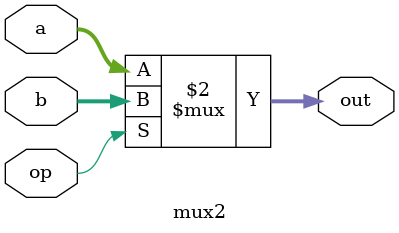
<source format=v>
`timescale 1ns / 1ps


module mux2#(parameter WIDTH = 32)
(
    
    input wire[WIDTH-1:0] a,
    input wire[WIDTH-1:0] b,
    input wire op,
    output wire[WIDTH-1:0] out
);

assign out = (op == 0)? a : b;

endmodule

</source>
